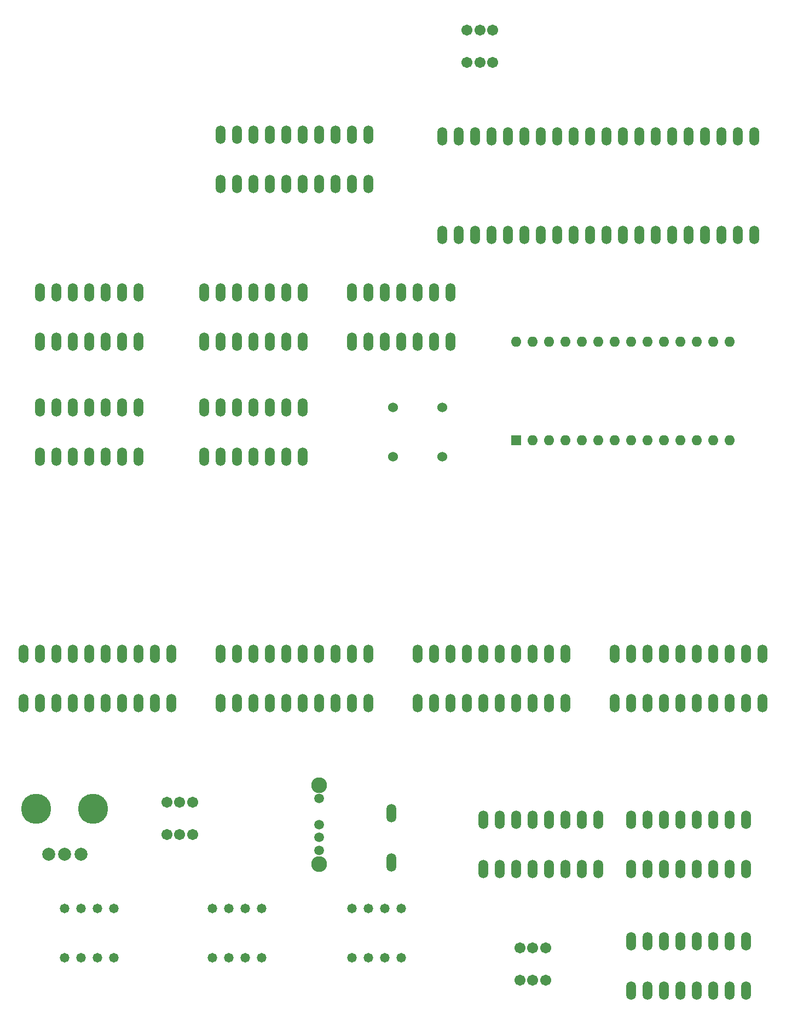
<source format=gbs>
G04 #@! TF.GenerationSoftware,KiCad,Pcbnew,(6.0.9-0)*
G04 #@! TF.CreationDate,2022-12-07T17:47:50-05:00*
G04 #@! TF.ProjectId,6502tor,36353032-746f-4722-9e6b-696361645f70,rev?*
G04 #@! TF.SameCoordinates,Original*
G04 #@! TF.FileFunction,Soldermask,Bot*
G04 #@! TF.FilePolarity,Negative*
%FSLAX46Y46*%
G04 Gerber Fmt 4.6, Leading zero omitted, Abs format (unit mm)*
G04 Created by KiCad (PCBNEW (6.0.9-0)) date 2022-12-07 17:47:50*
%MOMM*%
%LPD*%
G01*
G04 APERTURE LIST*
%ADD10O,1.524000X2.844800*%
%ADD11C,1.524000*%
%ADD12R,1.600000X1.600000*%
%ADD13O,1.600000X1.600000*%
%ADD14C,1.703200*%
%ADD15C,1.473200*%
%ADD16C,1.503200*%
%ADD17C,2.453200*%
%ADD18C,2.003200*%
%ADD19C,4.663200*%
G04 APERTURE END LIST*
D10*
G04 #@! TO.C,IC2*
X132080000Y-132080000D03*
X134620000Y-132080000D03*
X137160000Y-132080000D03*
X139700000Y-132080000D03*
X142240000Y-132080000D03*
X144780000Y-132080000D03*
X147320000Y-132080000D03*
X149860000Y-132080000D03*
X152400000Y-132080000D03*
X154940000Y-132080000D03*
X154940000Y-124460000D03*
X152400000Y-124460000D03*
X149860000Y-124460000D03*
X147320000Y-124460000D03*
X144780000Y-124460000D03*
X142240000Y-124460000D03*
X139700000Y-124460000D03*
X137160000Y-124460000D03*
X134620000Y-124460000D03*
X132080000Y-124460000D03*
G04 #@! TD*
G04 #@! TO.C,IC15*
X71120000Y-51816000D03*
X73660000Y-51816000D03*
X76200000Y-51816000D03*
X78740000Y-51816000D03*
X81280000Y-51816000D03*
X83820000Y-51816000D03*
X86360000Y-51816000D03*
X88900000Y-51816000D03*
X91440000Y-51816000D03*
X93980000Y-51816000D03*
X93980000Y-44196000D03*
X91440000Y-44196000D03*
X88900000Y-44196000D03*
X86360000Y-44196000D03*
X83820000Y-44196000D03*
X81280000Y-44196000D03*
X78740000Y-44196000D03*
X76200000Y-44196000D03*
X73660000Y-44196000D03*
X71120000Y-44196000D03*
G04 #@! TD*
D11*
G04 #@! TO.C,QG1*
X97790000Y-93980000D03*
X105410000Y-93980000D03*
X105410000Y-86360000D03*
X97790000Y-86360000D03*
G04 #@! TD*
D10*
G04 #@! TO.C,IC8*
X43180000Y-93980000D03*
X45720000Y-93980000D03*
X48260000Y-93980000D03*
X50800000Y-93980000D03*
X53340000Y-93980000D03*
X55880000Y-93980000D03*
X58420000Y-93980000D03*
X58420000Y-86360000D03*
X55880000Y-86360000D03*
X53340000Y-86360000D03*
X50800000Y-86360000D03*
X48260000Y-86360000D03*
X45720000Y-86360000D03*
X43180000Y-86360000D03*
G04 #@! TD*
G04 #@! TO.C,IC1*
X105410000Y-59690000D03*
X107950000Y-59690000D03*
X110490000Y-59690000D03*
X113030000Y-59690000D03*
X115570000Y-59690000D03*
X118110000Y-59690000D03*
X120650000Y-59690000D03*
X123190000Y-59690000D03*
X125730000Y-59690000D03*
X128270000Y-59690000D03*
X130810000Y-59690000D03*
X133350000Y-59690000D03*
X135890000Y-59690000D03*
X138430000Y-59690000D03*
X140970000Y-59690000D03*
X143510000Y-59690000D03*
X146050000Y-59690000D03*
X148590000Y-59690000D03*
X151130000Y-59690000D03*
X153670000Y-59690000D03*
X153670000Y-44450000D03*
X151130000Y-44450000D03*
X148590000Y-44450000D03*
X146050000Y-44450000D03*
X143510000Y-44450000D03*
X140970000Y-44450000D03*
X138430000Y-44450000D03*
X135890000Y-44450000D03*
X133350000Y-44450000D03*
X130810000Y-44450000D03*
X128270000Y-44450000D03*
X125730000Y-44450000D03*
X123190000Y-44450000D03*
X120650000Y-44450000D03*
X118110000Y-44450000D03*
X115570000Y-44450000D03*
X113030000Y-44450000D03*
X110490000Y-44450000D03*
X107950000Y-44450000D03*
X105410000Y-44450000D03*
G04 #@! TD*
G04 #@! TO.C,IC3*
X43180000Y-76200000D03*
X45720000Y-76200000D03*
X48260000Y-76200000D03*
X50800000Y-76200000D03*
X53340000Y-76200000D03*
X55880000Y-76200000D03*
X58420000Y-76200000D03*
X58420000Y-68580000D03*
X55880000Y-68580000D03*
X53340000Y-68580000D03*
X50800000Y-68580000D03*
X48260000Y-68580000D03*
X45720000Y-68580000D03*
X43180000Y-68580000D03*
G04 #@! TD*
G04 #@! TO.C,IC14*
X101600000Y-132080000D03*
X104140000Y-132080000D03*
X106680000Y-132080000D03*
X109220000Y-132080000D03*
X111760000Y-132080000D03*
X114300000Y-132080000D03*
X116840000Y-132080000D03*
X119380000Y-132080000D03*
X121920000Y-132080000D03*
X124460000Y-132080000D03*
X124460000Y-124460000D03*
X121920000Y-124460000D03*
X119380000Y-124460000D03*
X116840000Y-124460000D03*
X114300000Y-124460000D03*
X111760000Y-124460000D03*
X109220000Y-124460000D03*
X106680000Y-124460000D03*
X104140000Y-124460000D03*
X101600000Y-124460000D03*
G04 #@! TD*
G04 #@! TO.C,IC5*
X68580000Y-76200000D03*
X71120000Y-76200000D03*
X73660000Y-76200000D03*
X76200000Y-76200000D03*
X78740000Y-76200000D03*
X81280000Y-76200000D03*
X83820000Y-76200000D03*
X83820000Y-68580000D03*
X81280000Y-68580000D03*
X78740000Y-68580000D03*
X76200000Y-68580000D03*
X73660000Y-68580000D03*
X71120000Y-68580000D03*
X68580000Y-68580000D03*
G04 #@! TD*
G04 #@! TO.C,IC4*
X91440000Y-76200000D03*
X93980000Y-76200000D03*
X96520000Y-76200000D03*
X99060000Y-76200000D03*
X101600000Y-76200000D03*
X104140000Y-76200000D03*
X106680000Y-76200000D03*
X106680000Y-68580000D03*
X104140000Y-68580000D03*
X101600000Y-68580000D03*
X99060000Y-68580000D03*
X96520000Y-68580000D03*
X93980000Y-68580000D03*
X91440000Y-68580000D03*
G04 #@! TD*
G04 #@! TO.C,IC9*
X68580000Y-93980000D03*
X71120000Y-93980000D03*
X73660000Y-93980000D03*
X76200000Y-93980000D03*
X78740000Y-93980000D03*
X81280000Y-93980000D03*
X83820000Y-93980000D03*
X83820000Y-86360000D03*
X81280000Y-86360000D03*
X78740000Y-86360000D03*
X76200000Y-86360000D03*
X73660000Y-86360000D03*
X71120000Y-86360000D03*
X68580000Y-86360000D03*
G04 #@! TD*
D12*
G04 #@! TO.C,U1*
X116840000Y-91440000D03*
D13*
X119380000Y-91440000D03*
X121920000Y-91440000D03*
X124460000Y-91440000D03*
X127000000Y-91440000D03*
X129540000Y-91440000D03*
X132080000Y-91440000D03*
X134620000Y-91440000D03*
X137160000Y-91440000D03*
X139700000Y-91440000D03*
X142240000Y-91440000D03*
X144780000Y-91440000D03*
X147320000Y-91440000D03*
X149860000Y-91440000D03*
X149860000Y-76200000D03*
X147320000Y-76200000D03*
X144780000Y-76200000D03*
X142240000Y-76200000D03*
X139700000Y-76200000D03*
X137160000Y-76200000D03*
X134620000Y-76200000D03*
X132080000Y-76200000D03*
X129540000Y-76200000D03*
X127000000Y-76200000D03*
X124460000Y-76200000D03*
X121920000Y-76200000D03*
X119380000Y-76200000D03*
X116840000Y-76200000D03*
G04 #@! TD*
D10*
G04 #@! TO.C,SW3*
X134620000Y-176530000D03*
X137160000Y-176530000D03*
X139700000Y-176530000D03*
X142240000Y-176530000D03*
X144780000Y-176530000D03*
X147320000Y-176530000D03*
X149860000Y-176530000D03*
X152400000Y-176530000D03*
X152400000Y-168910000D03*
X149860000Y-168910000D03*
X147320000Y-168910000D03*
X144780000Y-168910000D03*
X142240000Y-168910000D03*
X139700000Y-168910000D03*
X137160000Y-168910000D03*
X134620000Y-168910000D03*
G04 #@! TD*
D14*
G04 #@! TO.C,S1*
X117380000Y-174945000D03*
X121380000Y-174945000D03*
X117380000Y-169945000D03*
X121380000Y-169945000D03*
X119380000Y-174945000D03*
X119380000Y-169945000D03*
G04 #@! TD*
D15*
G04 #@! TO.C,IC10*
X91440000Y-171450000D03*
X93980000Y-171450000D03*
X96520000Y-171450000D03*
X99060000Y-171450000D03*
X99060000Y-163830000D03*
X96520000Y-163830000D03*
X93980000Y-163830000D03*
X91440000Y-163830000D03*
G04 #@! TD*
G04 #@! TO.C,IC6*
X69850000Y-171450000D03*
X72390000Y-171450000D03*
X74930000Y-171450000D03*
X77470000Y-171450000D03*
X77470000Y-163830000D03*
X74930000Y-163830000D03*
X72390000Y-163830000D03*
X69850000Y-163830000D03*
G04 #@! TD*
G04 #@! TO.C,IC7*
X46990000Y-171450000D03*
X49530000Y-171450000D03*
X52070000Y-171450000D03*
X54610000Y-171450000D03*
X54610000Y-163830000D03*
X52070000Y-163830000D03*
X49530000Y-163830000D03*
X46990000Y-163830000D03*
G04 #@! TD*
D10*
G04 #@! TO.C,SW2*
X134620000Y-157734000D03*
X137160000Y-157734000D03*
X139700000Y-157734000D03*
X142240000Y-157734000D03*
X144780000Y-157734000D03*
X147320000Y-157734000D03*
X149860000Y-157734000D03*
X152400000Y-157734000D03*
X152400000Y-150114000D03*
X149860000Y-150114000D03*
X147320000Y-150114000D03*
X144780000Y-150114000D03*
X142240000Y-150114000D03*
X139700000Y-150114000D03*
X137160000Y-150114000D03*
X134620000Y-150114000D03*
G04 #@! TD*
D16*
G04 #@! TO.C,S4*
X86360000Y-146876000D03*
X86360000Y-150876000D03*
X86360000Y-152876000D03*
X86360000Y-154876000D03*
D17*
X86360000Y-144776000D03*
X86360000Y-156976000D03*
G04 #@! TD*
D14*
G04 #@! TO.C,S3*
X109220000Y-33020000D03*
X113220000Y-33020000D03*
X109220000Y-28020000D03*
X113220000Y-28020000D03*
X111220000Y-33020000D03*
X111220000Y-28020000D03*
G04 #@! TD*
D10*
G04 #@! TO.C,IC11*
X40640000Y-132080000D03*
X43180000Y-132080000D03*
X45720000Y-132080000D03*
X48260000Y-132080000D03*
X50800000Y-132080000D03*
X53340000Y-132080000D03*
X55880000Y-132080000D03*
X58420000Y-132080000D03*
X60960000Y-132080000D03*
X63500000Y-132080000D03*
X63500000Y-124460000D03*
X60960000Y-124460000D03*
X58420000Y-124460000D03*
X55880000Y-124460000D03*
X53340000Y-124460000D03*
X50800000Y-124460000D03*
X48260000Y-124460000D03*
X45720000Y-124460000D03*
X43180000Y-124460000D03*
X40640000Y-124460000D03*
G04 #@! TD*
G04 #@! TO.C,SW4*
X97536000Y-156718000D03*
X97536000Y-149098000D03*
G04 #@! TD*
G04 #@! TO.C,IC12*
X71120000Y-132080000D03*
X73660000Y-132080000D03*
X76200000Y-132080000D03*
X78740000Y-132080000D03*
X81280000Y-132080000D03*
X83820000Y-132080000D03*
X86360000Y-132080000D03*
X88900000Y-132080000D03*
X91440000Y-132080000D03*
X93980000Y-132080000D03*
X93980000Y-124460000D03*
X91440000Y-124460000D03*
X88900000Y-124460000D03*
X86360000Y-124460000D03*
X83820000Y-124460000D03*
X81280000Y-124460000D03*
X78740000Y-124460000D03*
X76200000Y-124460000D03*
X73660000Y-124460000D03*
X71120000Y-124460000D03*
G04 #@! TD*
D14*
G04 #@! TO.C,S5*
X62770000Y-152400000D03*
X66770000Y-152400000D03*
X62770000Y-147400000D03*
X66770000Y-147400000D03*
X64770000Y-152400000D03*
X64770000Y-147400000D03*
G04 #@! TD*
D18*
G04 #@! TO.C,R60*
X44490000Y-155460000D03*
X46990000Y-155460000D03*
X49490000Y-155460000D03*
D19*
X42590000Y-148460000D03*
X51390000Y-148460000D03*
G04 #@! TD*
D10*
G04 #@! TO.C,SW1*
X111760000Y-157734000D03*
X114300000Y-157734000D03*
X116840000Y-157734000D03*
X119380000Y-157734000D03*
X121920000Y-157734000D03*
X124460000Y-157734000D03*
X127000000Y-157734000D03*
X129540000Y-157734000D03*
X129540000Y-150114000D03*
X127000000Y-150114000D03*
X124460000Y-150114000D03*
X121920000Y-150114000D03*
X119380000Y-150114000D03*
X116840000Y-150114000D03*
X114300000Y-150114000D03*
X111760000Y-150114000D03*
G04 #@! TD*
M02*

</source>
